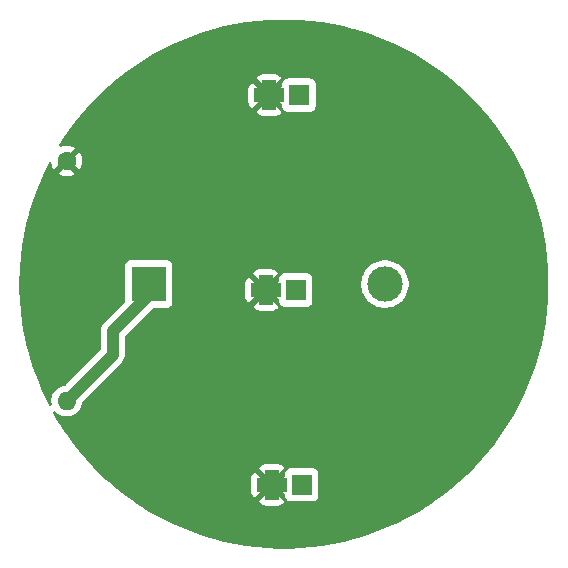
<source format=gbr>
%TF.GenerationSoftware,KiCad,Pcbnew,9.0.0*%
%TF.CreationDate,2025-03-06T09:18:45+01:00*%
%TF.ProjectId,spaceEggs,73706163-6545-4676-9773-2e6b69636164,rev?*%
%TF.SameCoordinates,Original*%
%TF.FileFunction,Copper,L2,Bot*%
%TF.FilePolarity,Positive*%
%FSLAX46Y46*%
G04 Gerber Fmt 4.6, Leading zero omitted, Abs format (unit mm)*
G04 Created by KiCad (PCBNEW 9.0.0) date 2025-03-06 09:18:45*
%MOMM*%
%LPD*%
G01*
G04 APERTURE LIST*
G04 Aperture macros list*
%AMFreePoly0*
4,1,45,0.566779,1.223902,0.603106,1.173902,0.608000,1.143000,0.608000,0.609600,0.609600,0.609600,0.609600,0.608000,1.143000,0.608000,1.201779,0.588902,1.238106,0.538902,1.243000,0.508000,1.243000,-0.508000,1.223902,-0.566779,1.173902,-0.603106,1.143000,-0.608000,0.609600,-0.608000,0.609600,-0.609600,0.608000,-0.609600,0.608000,-1.143000,0.588902,-1.201779,0.538902,-1.238106,
0.508000,-1.243000,-0.508000,-1.243000,-0.566779,-1.223902,-0.603106,-1.173902,-0.608000,-1.143000,-0.608000,-0.609600,-0.609600,-0.609600,-0.609600,-0.608000,-1.143000,-0.608000,-1.201779,-0.588902,-1.238106,-0.538902,-1.243000,-0.508000,-1.243000,0.508000,-1.223902,0.566779,-1.173902,0.603106,-1.143000,0.608000,-0.609600,0.608000,-0.609600,0.609600,-0.608000,0.609600,-0.608000,1.143000,
-0.588902,1.201779,-0.538902,1.238106,-0.508000,1.243000,0.508000,1.243000,0.566779,1.223902,0.566779,1.223902,$1*%
G04 Aperture macros list end*
%TA.AperFunction,ComponentPad*%
%ADD10R,1.800000X1.800000*%
%TD*%
%TA.AperFunction,ComponentPad*%
%ADD11FreePoly0,180.000000*%
%TD*%
%TA.AperFunction,ComponentPad*%
%ADD12C,1.600000*%
%TD*%
%TA.AperFunction,ComponentPad*%
%ADD13O,1.600000X1.600000*%
%TD*%
%TA.AperFunction,ComponentPad*%
%ADD14R,3.000000X3.000000*%
%TD*%
%TA.AperFunction,ComponentPad*%
%ADD15C,3.000000*%
%TD*%
%TA.AperFunction,ViaPad*%
%ADD16C,0.800000*%
%TD*%
%TA.AperFunction,Conductor*%
%ADD17C,1.000000*%
%TD*%
G04 APERTURE END LIST*
D10*
%TO.P,D2,1,K*%
%TO.N,GND*%
X121000000Y-63000000D03*
D11*
%TO.P,D2,2,A*%
%TO.N,VCC*%
X118460000Y-63000000D03*
%TD*%
D12*
%TO.P,SW1,1,1*%
%TO.N,VCC*%
X101600000Y-52070000D03*
D13*
%TO.P,SW1,2,2*%
%TO.N,+3V0*%
X101600000Y-72390000D03*
%TD*%
D10*
%TO.P,D3,1,K*%
%TO.N,GND*%
X121275000Y-46500000D03*
D11*
%TO.P,D3,2,A*%
%TO.N,VCC*%
X118735000Y-46500000D03*
%TD*%
D14*
%TO.P,BT1,1,+*%
%TO.N,+3V0*%
X108549520Y-62500000D03*
D15*
%TO.P,BT1,2,-*%
%TO.N,GND*%
X128549520Y-62500000D03*
%TD*%
D10*
%TO.P,D1,1,K*%
%TO.N,GND*%
X121500000Y-79500000D03*
D11*
%TO.P,D1,2,A*%
%TO.N,VCC*%
X118960000Y-79500000D03*
%TD*%
D16*
%TO.N,VCC*%
X130810000Y-53340000D03*
X109855000Y-71120000D03*
%TD*%
D17*
%TO.N,+3V0*%
X101600000Y-72390000D02*
X105500000Y-68490000D01*
X105500000Y-66500000D02*
X109500000Y-62500000D01*
X105500000Y-68490000D02*
X105500000Y-66500000D01*
%TD*%
%TA.AperFunction,Conductor*%
%TO.N,VCC*%
G36*
X120465490Y-40105389D02*
G01*
X121385460Y-40143440D01*
X121390538Y-40143755D01*
X122308158Y-40219792D01*
X122313173Y-40220311D01*
X123226892Y-40334206D01*
X123231963Y-40334944D01*
X124140151Y-40486494D01*
X124145160Y-40487437D01*
X125046316Y-40676390D01*
X125051283Y-40677539D01*
X125875737Y-40886319D01*
X125943861Y-40903571D01*
X125948804Y-40904932D01*
X126831283Y-41167657D01*
X126836113Y-41169205D01*
X127514302Y-41402027D01*
X127706974Y-41468172D01*
X127711786Y-41469936D01*
X127968608Y-41570148D01*
X128569542Y-41804633D01*
X128574240Y-41806578D01*
X128994062Y-41990730D01*
X129417457Y-42176449D01*
X129422078Y-42178590D01*
X130249325Y-42583007D01*
X130253765Y-42585292D01*
X131063589Y-43023546D01*
X131068033Y-43026072D01*
X131858996Y-43497383D01*
X131863344Y-43500097D01*
X132634160Y-44003696D01*
X132638391Y-44006588D01*
X133387730Y-44541605D01*
X133391788Y-44544630D01*
X134098870Y-45094974D01*
X134118409Y-45110182D01*
X134122387Y-45113413D01*
X134824973Y-45708472D01*
X134828815Y-45711864D01*
X135506240Y-46335478D01*
X135509938Y-46339027D01*
X136160972Y-46990061D01*
X136164521Y-46993759D01*
X136788135Y-47671184D01*
X136791527Y-47675026D01*
X137386586Y-48377612D01*
X137389817Y-48381590D01*
X137955363Y-49108203D01*
X137958394Y-49112269D01*
X138493411Y-49861608D01*
X138496303Y-49865839D01*
X138999902Y-50636655D01*
X139002616Y-50641003D01*
X139473927Y-51431966D01*
X139476459Y-51436422D01*
X139914697Y-52246216D01*
X139917001Y-52250693D01*
X140306662Y-53047755D01*
X140321395Y-53077892D01*
X140323550Y-53082542D01*
X140693413Y-53925741D01*
X140695374Y-53930476D01*
X141030063Y-54788213D01*
X141031827Y-54793025D01*
X141330786Y-55663861D01*
X141332350Y-55668742D01*
X141595067Y-56551196D01*
X141596428Y-56556138D01*
X141822457Y-57448703D01*
X141823612Y-57453696D01*
X142012559Y-58354825D01*
X142013507Y-58359862D01*
X142165054Y-59268035D01*
X142165793Y-59273107D01*
X142279683Y-60186785D01*
X142280211Y-60191883D01*
X142356242Y-61109442D01*
X142356560Y-61114558D01*
X142394610Y-62034509D01*
X142394716Y-62039633D01*
X142394716Y-62960366D01*
X142394610Y-62965490D01*
X142356560Y-63885441D01*
X142356242Y-63890557D01*
X142280211Y-64808116D01*
X142279683Y-64813214D01*
X142165793Y-65726892D01*
X142165054Y-65731964D01*
X142013507Y-66640137D01*
X142012559Y-66645174D01*
X141823612Y-67546303D01*
X141822457Y-67551296D01*
X141596428Y-68443861D01*
X141595067Y-68448803D01*
X141332350Y-69331257D01*
X141330786Y-69336138D01*
X141031827Y-70206974D01*
X141030063Y-70211786D01*
X140695374Y-71069523D01*
X140693413Y-71074258D01*
X140323550Y-71917457D01*
X140321395Y-71922107D01*
X140242450Y-72083592D01*
X139917011Y-72749287D01*
X139914687Y-72753803D01*
X139839742Y-72892290D01*
X139476459Y-73563577D01*
X139473927Y-73568033D01*
X139002616Y-74358996D01*
X138999902Y-74363344D01*
X138496303Y-75134160D01*
X138493411Y-75138391D01*
X137958394Y-75887730D01*
X137955345Y-75891819D01*
X137861150Y-76012842D01*
X137389817Y-76618409D01*
X137386586Y-76622387D01*
X136791527Y-77324973D01*
X136788135Y-77328815D01*
X136164521Y-78006240D01*
X136160972Y-78009938D01*
X135509938Y-78660972D01*
X135506240Y-78664521D01*
X134828815Y-79288135D01*
X134824973Y-79291527D01*
X134122387Y-79886586D01*
X134118409Y-79889817D01*
X133706844Y-80210152D01*
X133391819Y-80455345D01*
X133387730Y-80458394D01*
X132638391Y-80993411D01*
X132634160Y-80996303D01*
X131863344Y-81499902D01*
X131858996Y-81502616D01*
X131068033Y-81973927D01*
X131063577Y-81976459D01*
X130735156Y-82154192D01*
X130253803Y-82414687D01*
X130249287Y-82417011D01*
X129632771Y-82718407D01*
X129422107Y-82821395D01*
X129417457Y-82823550D01*
X128574258Y-83193413D01*
X128569523Y-83195374D01*
X127711786Y-83530063D01*
X127706974Y-83531827D01*
X126836138Y-83830786D01*
X126831257Y-83832350D01*
X125948803Y-84095067D01*
X125943861Y-84096428D01*
X125051296Y-84322457D01*
X125046303Y-84323612D01*
X124145174Y-84512559D01*
X124140137Y-84513507D01*
X123231964Y-84665054D01*
X123226892Y-84665793D01*
X122313214Y-84779683D01*
X122308116Y-84780211D01*
X121390557Y-84856242D01*
X121385441Y-84856560D01*
X120465491Y-84894610D01*
X120460367Y-84894716D01*
X119539633Y-84894716D01*
X119534509Y-84894610D01*
X118614558Y-84856560D01*
X118609442Y-84856242D01*
X117691883Y-84780211D01*
X117686785Y-84779683D01*
X116773107Y-84665793D01*
X116768035Y-84665054D01*
X115859862Y-84513507D01*
X115854825Y-84512559D01*
X114953696Y-84323612D01*
X114948703Y-84322457D01*
X114056138Y-84096428D01*
X114051196Y-84095067D01*
X113168742Y-83832350D01*
X113163861Y-83830786D01*
X112293025Y-83531827D01*
X112288213Y-83530063D01*
X111430476Y-83195374D01*
X111425741Y-83193413D01*
X110582542Y-82823550D01*
X110577892Y-82821395D01*
X109750693Y-82417001D01*
X109746216Y-82414697D01*
X108936422Y-81976459D01*
X108931966Y-81973927D01*
X108141003Y-81502616D01*
X108136655Y-81499902D01*
X107418812Y-81030912D01*
X107365839Y-80996303D01*
X107361608Y-80993411D01*
X106612269Y-80458394D01*
X106608203Y-80455363D01*
X105881590Y-79889817D01*
X105877612Y-79886586D01*
X105175026Y-79291527D01*
X105171184Y-79288135D01*
X104943787Y-79078801D01*
X104849497Y-78992001D01*
X117207000Y-78992001D01*
X117207000Y-80008007D01*
X117213215Y-80086985D01*
X117218358Y-80119454D01*
X117241507Y-80210152D01*
X117308587Y-80337280D01*
X117346730Y-80389780D01*
X117364340Y-80412616D01*
X117470240Y-80509811D01*
X117554974Y-80551472D01*
X117554976Y-80551471D01*
X118517862Y-79588585D01*
X118540667Y-79673694D01*
X118599910Y-79776306D01*
X118683694Y-79860090D01*
X118786306Y-79919333D01*
X118871414Y-79942137D01*
X117908247Y-80905303D01*
X117908247Y-80905304D01*
X117943585Y-80972278D01*
X117981730Y-81024780D01*
X117999340Y-81047616D01*
X118105239Y-81144810D01*
X118105241Y-81144811D01*
X118234227Y-81208229D01*
X118234241Y-81208235D01*
X118295956Y-81228287D01*
X118309716Y-81232541D01*
X118309729Y-81232544D01*
X118452001Y-81252999D01*
X118452003Y-81253000D01*
X119467992Y-81253000D01*
X119468007Y-81252999D01*
X119546985Y-81246784D01*
X119579454Y-81241641D01*
X119670152Y-81218492D01*
X119797280Y-81151412D01*
X119849780Y-81113269D01*
X119872616Y-81095660D01*
X119969811Y-80989759D01*
X120011471Y-80905023D01*
X120011471Y-80905022D01*
X119048585Y-79942137D01*
X119133694Y-79919333D01*
X119236306Y-79860090D01*
X119320090Y-79776306D01*
X119379333Y-79673694D01*
X119402137Y-79588585D01*
X120055181Y-80241629D01*
X120088666Y-80302952D01*
X120091500Y-80329310D01*
X120091500Y-80448654D01*
X120098011Y-80509202D01*
X120098011Y-80509204D01*
X120113777Y-80551472D01*
X120149111Y-80646204D01*
X120236739Y-80763261D01*
X120353796Y-80850889D01*
X120490799Y-80901989D01*
X120518050Y-80904918D01*
X120551345Y-80908499D01*
X120551362Y-80908500D01*
X122448638Y-80908500D01*
X122448654Y-80908499D01*
X122475692Y-80905591D01*
X122509201Y-80901989D01*
X122646204Y-80850889D01*
X122763261Y-80763261D01*
X122850889Y-80646204D01*
X122896555Y-80523768D01*
X122901988Y-80509204D01*
X122901988Y-80509203D01*
X122901989Y-80509201D01*
X122905591Y-80475692D01*
X122908499Y-80448654D01*
X122908500Y-80448637D01*
X122908500Y-78551362D01*
X122908499Y-78551345D01*
X122905157Y-78520270D01*
X122901989Y-78490799D01*
X122850889Y-78353796D01*
X122763261Y-78236739D01*
X122646204Y-78149111D01*
X122509203Y-78098011D01*
X122448654Y-78091500D01*
X122448638Y-78091500D01*
X120551362Y-78091500D01*
X120551345Y-78091500D01*
X120490797Y-78098011D01*
X120490795Y-78098011D01*
X120353795Y-78149111D01*
X120236739Y-78236739D01*
X120149111Y-78353795D01*
X120098011Y-78490795D01*
X120098011Y-78490797D01*
X120091500Y-78551345D01*
X120091500Y-78670690D01*
X120071815Y-78737729D01*
X120055181Y-78758371D01*
X119402137Y-79411414D01*
X119379333Y-79326306D01*
X119320090Y-79223694D01*
X119236306Y-79139910D01*
X119133694Y-79080667D01*
X119048586Y-79057862D01*
X120011751Y-78094696D01*
X120011751Y-78094694D01*
X119976414Y-78027721D01*
X119976410Y-78027716D01*
X119938269Y-77975219D01*
X119920659Y-77952383D01*
X119814760Y-77855189D01*
X119814758Y-77855188D01*
X119685772Y-77791770D01*
X119685758Y-77791764D01*
X119624043Y-77771712D01*
X119610283Y-77767458D01*
X119610270Y-77767455D01*
X119467998Y-77747000D01*
X118451992Y-77747000D01*
X118373014Y-77753215D01*
X118340545Y-77758358D01*
X118249847Y-77781507D01*
X118122719Y-77848587D01*
X118070219Y-77886730D01*
X118047383Y-77904340D01*
X117950188Y-78010240D01*
X117908527Y-78094974D01*
X117908527Y-78094975D01*
X118871414Y-79057862D01*
X118786306Y-79080667D01*
X118683694Y-79139910D01*
X118599910Y-79223694D01*
X118540667Y-79326306D01*
X118517862Y-79411413D01*
X117554695Y-78448247D01*
X117487719Y-78483587D01*
X117435219Y-78521730D01*
X117412383Y-78539340D01*
X117315189Y-78645239D01*
X117315188Y-78645241D01*
X117251770Y-78774227D01*
X117251764Y-78774241D01*
X117231712Y-78835956D01*
X117227458Y-78849716D01*
X117227455Y-78849729D01*
X117207000Y-78992001D01*
X104849497Y-78992001D01*
X104493759Y-78664521D01*
X104490061Y-78660972D01*
X103839027Y-78009938D01*
X103835478Y-78006240D01*
X103211864Y-77328815D01*
X103208472Y-77324973D01*
X102613413Y-76622387D01*
X102610182Y-76618409D01*
X102044630Y-75891788D01*
X102041605Y-75887730D01*
X101506588Y-75138391D01*
X101503696Y-75134160D01*
X101000097Y-74363344D01*
X100997383Y-74358996D01*
X100526072Y-73568033D01*
X100523540Y-73563577D01*
X100457365Y-73441296D01*
X100442771Y-73372971D01*
X100467434Y-73307598D01*
X100523524Y-73265937D01*
X100593234Y-73261215D01*
X100654102Y-73294600D01*
X100747571Y-73388069D01*
X100747576Y-73388073D01*
X100892908Y-73493661D01*
X100914197Y-73509129D01*
X101021057Y-73563577D01*
X101097705Y-73602632D01*
X101097707Y-73602632D01*
X101097710Y-73602634D01*
X101202707Y-73636749D01*
X101293591Y-73666280D01*
X101395305Y-73682390D01*
X101497019Y-73698500D01*
X101497020Y-73698500D01*
X101702980Y-73698500D01*
X101702981Y-73698500D01*
X101906408Y-73666280D01*
X102102290Y-73602634D01*
X102285803Y-73509129D01*
X102452430Y-73388068D01*
X102598068Y-73242430D01*
X102719129Y-73075803D01*
X102812634Y-72892290D01*
X102876280Y-72696408D01*
X102899420Y-72550302D01*
X102929349Y-72487169D01*
X102934194Y-72482038D01*
X106283353Y-69132881D01*
X106393722Y-68967704D01*
X106469744Y-68784168D01*
X106508500Y-68589329D01*
X106508500Y-68390671D01*
X106508500Y-66969096D01*
X106528185Y-66902057D01*
X106544819Y-66881415D01*
X108881415Y-64544819D01*
X108942738Y-64511334D01*
X108969096Y-64508500D01*
X110098158Y-64508500D01*
X110098174Y-64508499D01*
X110125212Y-64505591D01*
X110158721Y-64501989D01*
X110295724Y-64450889D01*
X110412781Y-64363261D01*
X110500409Y-64246204D01*
X110551509Y-64109201D01*
X110555824Y-64069065D01*
X110558019Y-64048654D01*
X110558020Y-64048637D01*
X110558020Y-62492001D01*
X116707000Y-62492001D01*
X116707000Y-63508007D01*
X116713215Y-63586985D01*
X116718358Y-63619454D01*
X116741507Y-63710152D01*
X116808587Y-63837280D01*
X116846730Y-63889780D01*
X116864340Y-63912616D01*
X116970240Y-64009811D01*
X117054974Y-64051472D01*
X117054976Y-64051471D01*
X118017862Y-63088585D01*
X118040667Y-63173694D01*
X118099910Y-63276306D01*
X118183694Y-63360090D01*
X118286306Y-63419333D01*
X118371414Y-63442137D01*
X117408247Y-64405303D01*
X117408247Y-64405304D01*
X117443585Y-64472278D01*
X117481730Y-64524780D01*
X117499340Y-64547616D01*
X117605239Y-64644810D01*
X117605241Y-64644811D01*
X117734227Y-64708229D01*
X117734241Y-64708235D01*
X117795956Y-64728287D01*
X117809716Y-64732541D01*
X117809729Y-64732544D01*
X117952001Y-64752999D01*
X117952003Y-64753000D01*
X118967992Y-64753000D01*
X118968007Y-64752999D01*
X119046985Y-64746784D01*
X119079454Y-64741641D01*
X119170152Y-64718492D01*
X119297280Y-64651412D01*
X119349780Y-64613269D01*
X119372616Y-64595660D01*
X119469811Y-64489759D01*
X119511471Y-64405023D01*
X119511471Y-64405022D01*
X118548585Y-63442137D01*
X118633694Y-63419333D01*
X118736306Y-63360090D01*
X118820090Y-63276306D01*
X118879333Y-63173694D01*
X118902137Y-63088585D01*
X119555181Y-63741629D01*
X119588666Y-63802952D01*
X119591500Y-63829310D01*
X119591500Y-63948654D01*
X119598011Y-64009202D01*
X119598011Y-64009204D01*
X119649111Y-64146204D01*
X119736739Y-64263261D01*
X119853796Y-64350889D01*
X119990799Y-64401989D01*
X120018050Y-64404918D01*
X120051345Y-64408499D01*
X120051362Y-64408500D01*
X121948638Y-64408500D01*
X121948654Y-64408499D01*
X121975692Y-64405591D01*
X122009201Y-64401989D01*
X122146204Y-64350889D01*
X122263261Y-64263261D01*
X122350889Y-64146204D01*
X122400458Y-64013306D01*
X122401988Y-64009204D01*
X122401988Y-64009203D01*
X122401989Y-64009201D01*
X122405591Y-63975692D01*
X122408499Y-63948654D01*
X122408500Y-63948637D01*
X122408500Y-62368362D01*
X126541020Y-62368362D01*
X126541020Y-62631637D01*
X126541021Y-62631653D01*
X126575385Y-62892678D01*
X126643529Y-63146995D01*
X126744281Y-63390234D01*
X126744289Y-63390250D01*
X126875929Y-63618256D01*
X127036207Y-63827136D01*
X127036213Y-63827143D01*
X127222376Y-64013306D01*
X127222383Y-64013312D01*
X127431263Y-64173590D01*
X127659269Y-64305230D01*
X127659285Y-64305238D01*
X127774092Y-64352792D01*
X127902523Y-64405990D01*
X128156840Y-64474134D01*
X128417876Y-64508500D01*
X128417883Y-64508500D01*
X128681157Y-64508500D01*
X128681164Y-64508500D01*
X128942200Y-64474134D01*
X129196517Y-64405990D01*
X129379619Y-64330146D01*
X129439754Y-64305238D01*
X129439757Y-64305236D01*
X129439763Y-64305234D01*
X129667777Y-64173590D01*
X129876658Y-64013311D01*
X130062831Y-63827138D01*
X130223110Y-63618257D01*
X130354754Y-63390243D01*
X130455510Y-63146997D01*
X130523654Y-62892680D01*
X130558020Y-62631644D01*
X130558020Y-62368356D01*
X130523654Y-62107320D01*
X130455510Y-61853003D01*
X130407352Y-61736739D01*
X130354758Y-61609765D01*
X130354750Y-61609749D01*
X130223110Y-61381743D01*
X130062832Y-61172863D01*
X130062826Y-61172856D01*
X129876663Y-60986693D01*
X129876656Y-60986687D01*
X129667776Y-60826409D01*
X129439770Y-60694769D01*
X129439754Y-60694761D01*
X129196515Y-60594009D01*
X128942198Y-60525865D01*
X128681173Y-60491501D01*
X128681170Y-60491500D01*
X128681164Y-60491500D01*
X128417876Y-60491500D01*
X128417870Y-60491500D01*
X128417866Y-60491501D01*
X128156841Y-60525865D01*
X127902524Y-60594009D01*
X127659285Y-60694761D01*
X127659269Y-60694769D01*
X127431263Y-60826409D01*
X127222383Y-60986687D01*
X127222376Y-60986693D01*
X127036213Y-61172856D01*
X127036207Y-61172863D01*
X126875929Y-61381743D01*
X126744289Y-61609749D01*
X126744281Y-61609765D01*
X126643529Y-61853004D01*
X126575385Y-62107321D01*
X126541021Y-62368346D01*
X126541020Y-62368362D01*
X122408500Y-62368362D01*
X122408500Y-62051362D01*
X122408499Y-62051345D01*
X122405157Y-62020270D01*
X122401989Y-61990799D01*
X122350889Y-61853796D01*
X122263261Y-61736739D01*
X122146204Y-61649111D01*
X122009203Y-61598011D01*
X121948654Y-61591500D01*
X121948638Y-61591500D01*
X120051362Y-61591500D01*
X120051345Y-61591500D01*
X119990797Y-61598011D01*
X119990795Y-61598011D01*
X119853795Y-61649111D01*
X119736739Y-61736739D01*
X119649111Y-61853795D01*
X119598011Y-61990795D01*
X119598011Y-61990797D01*
X119591500Y-62051345D01*
X119591500Y-62170690D01*
X119571815Y-62237729D01*
X119555181Y-62258371D01*
X118902137Y-62911414D01*
X118879333Y-62826306D01*
X118820090Y-62723694D01*
X118736306Y-62639910D01*
X118633694Y-62580667D01*
X118548586Y-62557862D01*
X119511751Y-61594696D01*
X119511751Y-61594694D01*
X119476414Y-61527721D01*
X119476410Y-61527716D01*
X119438269Y-61475219D01*
X119420659Y-61452383D01*
X119314760Y-61355189D01*
X119314758Y-61355188D01*
X119185772Y-61291770D01*
X119185758Y-61291764D01*
X119124043Y-61271712D01*
X119110283Y-61267458D01*
X119110270Y-61267455D01*
X118967998Y-61247000D01*
X117951992Y-61247000D01*
X117873014Y-61253215D01*
X117840545Y-61258358D01*
X117749847Y-61281507D01*
X117622719Y-61348587D01*
X117570219Y-61386730D01*
X117547383Y-61404340D01*
X117450188Y-61510240D01*
X117408527Y-61594974D01*
X117408527Y-61594975D01*
X118371414Y-62557862D01*
X118286306Y-62580667D01*
X118183694Y-62639910D01*
X118099910Y-62723694D01*
X118040667Y-62826306D01*
X118017862Y-62911414D01*
X117054695Y-61948247D01*
X116987719Y-61983587D01*
X116935219Y-62021730D01*
X116912383Y-62039340D01*
X116815189Y-62145239D01*
X116815188Y-62145241D01*
X116751770Y-62274227D01*
X116751764Y-62274241D01*
X116731712Y-62335956D01*
X116727458Y-62349716D01*
X116727455Y-62349729D01*
X116707000Y-62492001D01*
X110558020Y-62492001D01*
X110558020Y-60951362D01*
X110558019Y-60951345D01*
X110554677Y-60920270D01*
X110551509Y-60890799D01*
X110500409Y-60753796D01*
X110412781Y-60636739D01*
X110295724Y-60549111D01*
X110158723Y-60498011D01*
X110098174Y-60491500D01*
X110098158Y-60491500D01*
X107000882Y-60491500D01*
X107000865Y-60491500D01*
X106940317Y-60498011D01*
X106940315Y-60498011D01*
X106803315Y-60549111D01*
X106686259Y-60636739D01*
X106598631Y-60753795D01*
X106547531Y-60890795D01*
X106547531Y-60890797D01*
X106541020Y-60951345D01*
X106541020Y-63981384D01*
X106521335Y-64048423D01*
X106504701Y-64069065D01*
X104857119Y-65716647D01*
X104814656Y-65759110D01*
X104716645Y-65857120D01*
X104606282Y-66022289D01*
X104606277Y-66022298D01*
X104530256Y-66205830D01*
X104530254Y-66205838D01*
X104491500Y-66400666D01*
X104491500Y-68020903D01*
X104471815Y-68087942D01*
X104455181Y-68108584D01*
X101507978Y-71055786D01*
X101446655Y-71089271D01*
X101439696Y-71090578D01*
X101293594Y-71113719D01*
X101097707Y-71177367D01*
X100914193Y-71270873D01*
X100747576Y-71391926D01*
X100747571Y-71391930D01*
X100601930Y-71537571D01*
X100601926Y-71537576D01*
X100480873Y-71704193D01*
X100387367Y-71887705D01*
X100323719Y-72083591D01*
X100291500Y-72287019D01*
X100291500Y-72492980D01*
X100321859Y-72684661D01*
X100319991Y-72699112D01*
X100323036Y-72713363D01*
X100315603Y-72733068D01*
X100312904Y-72753955D01*
X100303519Y-72765102D01*
X100298377Y-72778737D01*
X100281471Y-72791294D01*
X100267908Y-72807407D01*
X100253985Y-72811711D01*
X100242289Y-72820400D01*
X100221276Y-72821824D01*
X100201156Y-72828046D01*
X100187118Y-72824141D01*
X100172579Y-72825127D01*
X100154131Y-72814964D01*
X100133843Y-72809321D01*
X100123034Y-72797834D01*
X100111381Y-72791415D01*
X100090334Y-72763082D01*
X100085301Y-72753781D01*
X100083007Y-72749325D01*
X99678590Y-71922078D01*
X99676449Y-71917457D01*
X99509814Y-71537570D01*
X99306578Y-71074240D01*
X99304625Y-71069523D01*
X98969936Y-70211786D01*
X98968172Y-70206974D01*
X98689936Y-69396501D01*
X98669205Y-69336113D01*
X98667657Y-69331283D01*
X98404932Y-68448803D01*
X98403571Y-68443861D01*
X98177542Y-67551296D01*
X98176387Y-67546303D01*
X97987437Y-66645160D01*
X97986492Y-66640137D01*
X97946532Y-66400671D01*
X97834944Y-65731963D01*
X97834206Y-65726892D01*
X97832929Y-65716647D01*
X97720311Y-64813173D01*
X97719792Y-64808158D01*
X97643755Y-63890538D01*
X97643439Y-63885441D01*
X97641117Y-63829310D01*
X97605390Y-62965490D01*
X97605284Y-62960366D01*
X97605284Y-62039633D01*
X97605390Y-62034509D01*
X97621330Y-61649111D01*
X97643440Y-61114536D01*
X97643757Y-61109442D01*
X97719792Y-60191836D01*
X97720311Y-60186831D01*
X97834206Y-59273100D01*
X97834945Y-59268035D01*
X97986492Y-58359862D01*
X97987435Y-58354848D01*
X98176392Y-57453672D01*
X98177536Y-57448727D01*
X98403573Y-56556127D01*
X98404932Y-56551196D01*
X98420466Y-56499019D01*
X98667661Y-55668702D01*
X98669200Y-55663900D01*
X98968174Y-54793017D01*
X98969936Y-54788213D01*
X98996646Y-54719761D01*
X99304639Y-53930440D01*
X99306571Y-53925776D01*
X99676452Y-53082533D01*
X99678581Y-53077940D01*
X100083016Y-52250655D01*
X100085320Y-52246184D01*
X100086210Y-52244538D01*
X100135443Y-52194964D01*
X100203665Y-52179876D01*
X100269213Y-52204067D01*
X100311277Y-52259855D01*
X100317719Y-52284191D01*
X100332010Y-52374418D01*
X100395244Y-52569031D01*
X100488141Y-52751350D01*
X100488147Y-52751359D01*
X100520523Y-52795921D01*
X100520524Y-52795922D01*
X101200000Y-52116446D01*
X101200000Y-52122661D01*
X101227259Y-52224394D01*
X101279920Y-52315606D01*
X101354394Y-52390080D01*
X101445606Y-52442741D01*
X101547339Y-52470000D01*
X101553553Y-52470000D01*
X100874076Y-53149474D01*
X100918650Y-53181859D01*
X101100968Y-53274755D01*
X101295582Y-53337990D01*
X101497683Y-53370000D01*
X101702317Y-53370000D01*
X101904417Y-53337990D01*
X102099031Y-53274755D01*
X102281349Y-53181859D01*
X102325921Y-53149474D01*
X101646447Y-52470000D01*
X101652661Y-52470000D01*
X101754394Y-52442741D01*
X101845606Y-52390080D01*
X101920080Y-52315606D01*
X101972741Y-52224394D01*
X102000000Y-52122661D01*
X102000000Y-52116447D01*
X102679474Y-52795921D01*
X102711859Y-52751349D01*
X102804755Y-52569031D01*
X102867990Y-52374417D01*
X102900000Y-52172317D01*
X102900000Y-51967682D01*
X102867990Y-51765582D01*
X102804755Y-51570968D01*
X102711859Y-51388650D01*
X102679474Y-51344077D01*
X102679474Y-51344076D01*
X102000000Y-52023551D01*
X102000000Y-52017339D01*
X101972741Y-51915606D01*
X101920080Y-51824394D01*
X101845606Y-51749920D01*
X101754394Y-51697259D01*
X101652661Y-51670000D01*
X101646446Y-51670000D01*
X102325922Y-50990524D01*
X102325921Y-50990523D01*
X102281359Y-50958147D01*
X102281350Y-50958141D01*
X102099031Y-50865244D01*
X101904417Y-50802009D01*
X101702317Y-50770000D01*
X101497683Y-50770000D01*
X101295582Y-50802009D01*
X101120477Y-50858906D01*
X101094375Y-50859651D01*
X101068672Y-50864239D01*
X101060012Y-50860633D01*
X101050635Y-50860901D01*
X101028272Y-50847416D01*
X101004171Y-50837380D01*
X100998836Y-50829665D01*
X100990802Y-50824821D01*
X100979280Y-50801387D01*
X100964430Y-50779913D01*
X100964112Y-50770538D01*
X100959974Y-50762120D01*
X100962950Y-50736176D01*
X100962068Y-50710084D01*
X100967418Y-50697234D01*
X100967938Y-50692706D01*
X100975631Y-50677507D01*
X100997398Y-50640978D01*
X101000081Y-50636680D01*
X101503706Y-49865823D01*
X101506588Y-49861608D01*
X101602504Y-49727268D01*
X102041626Y-49112240D01*
X102044613Y-49108233D01*
X102610203Y-48381564D01*
X102613413Y-48377612D01*
X102718954Y-48253000D01*
X103208520Y-47674969D01*
X103211838Y-47671212D01*
X103835501Y-46993734D01*
X103839003Y-46990085D01*
X104490085Y-46339003D01*
X104493734Y-46335501D01*
X104866875Y-45992001D01*
X116982000Y-45992001D01*
X116982000Y-47008007D01*
X116988215Y-47086985D01*
X116993358Y-47119454D01*
X117016507Y-47210152D01*
X117083587Y-47337280D01*
X117121730Y-47389780D01*
X117139340Y-47412616D01*
X117245240Y-47509811D01*
X117329974Y-47551472D01*
X117329976Y-47551471D01*
X118292862Y-46588585D01*
X118315667Y-46673694D01*
X118374910Y-46776306D01*
X118458694Y-46860090D01*
X118561306Y-46919333D01*
X118646414Y-46942137D01*
X117683247Y-47905303D01*
X117683247Y-47905304D01*
X117718585Y-47972278D01*
X117756730Y-48024780D01*
X117774340Y-48047616D01*
X117880239Y-48144810D01*
X117880241Y-48144811D01*
X118009227Y-48208229D01*
X118009241Y-48208235D01*
X118070956Y-48228287D01*
X118084716Y-48232541D01*
X118084729Y-48232544D01*
X118227001Y-48252999D01*
X118227003Y-48253000D01*
X119242992Y-48253000D01*
X119243007Y-48252999D01*
X119321985Y-48246784D01*
X119354454Y-48241641D01*
X119445152Y-48218492D01*
X119572280Y-48151412D01*
X119624780Y-48113269D01*
X119647616Y-48095660D01*
X119744811Y-47989759D01*
X119786471Y-47905023D01*
X119786471Y-47905022D01*
X118823585Y-46942137D01*
X118908694Y-46919333D01*
X119011306Y-46860090D01*
X119095090Y-46776306D01*
X119154333Y-46673694D01*
X119177137Y-46588585D01*
X119830181Y-47241629D01*
X119863666Y-47302952D01*
X119866500Y-47329310D01*
X119866500Y-47448654D01*
X119873011Y-47509202D01*
X119873011Y-47509204D01*
X119888777Y-47551472D01*
X119924111Y-47646204D01*
X120011739Y-47763261D01*
X120128796Y-47850889D01*
X120265799Y-47901989D01*
X120293050Y-47904918D01*
X120326345Y-47908499D01*
X120326362Y-47908500D01*
X122223638Y-47908500D01*
X122223654Y-47908499D01*
X122250692Y-47905591D01*
X122284201Y-47901989D01*
X122421204Y-47850889D01*
X122538261Y-47763261D01*
X122625889Y-47646204D01*
X122671555Y-47523768D01*
X122676988Y-47509204D01*
X122676988Y-47509203D01*
X122676989Y-47509201D01*
X122680591Y-47475692D01*
X122683499Y-47448654D01*
X122683500Y-47448637D01*
X122683500Y-45551362D01*
X122683499Y-45551345D01*
X122680157Y-45520270D01*
X122676989Y-45490799D01*
X122625889Y-45353796D01*
X122538261Y-45236739D01*
X122421204Y-45149111D01*
X122284203Y-45098011D01*
X122223654Y-45091500D01*
X122223638Y-45091500D01*
X120326362Y-45091500D01*
X120326345Y-45091500D01*
X120265797Y-45098011D01*
X120265795Y-45098011D01*
X120128795Y-45149111D01*
X120011739Y-45236739D01*
X119924111Y-45353795D01*
X119873011Y-45490795D01*
X119873011Y-45490797D01*
X119866500Y-45551345D01*
X119866500Y-45670690D01*
X119846815Y-45737729D01*
X119830181Y-45758371D01*
X119177137Y-46411414D01*
X119154333Y-46326306D01*
X119095090Y-46223694D01*
X119011306Y-46139910D01*
X118908694Y-46080667D01*
X118823586Y-46057862D01*
X119786751Y-45094696D01*
X119786751Y-45094694D01*
X119751414Y-45027721D01*
X119751410Y-45027716D01*
X119713269Y-44975219D01*
X119695659Y-44952383D01*
X119589760Y-44855189D01*
X119589758Y-44855188D01*
X119460772Y-44791770D01*
X119460758Y-44791764D01*
X119399043Y-44771712D01*
X119385283Y-44767458D01*
X119385270Y-44767455D01*
X119242998Y-44747000D01*
X118226992Y-44747000D01*
X118148014Y-44753215D01*
X118115545Y-44758358D01*
X118024847Y-44781507D01*
X117897719Y-44848587D01*
X117845219Y-44886730D01*
X117822383Y-44904340D01*
X117725188Y-45010240D01*
X117683527Y-45094974D01*
X117683527Y-45094975D01*
X118646414Y-46057862D01*
X118561306Y-46080667D01*
X118458694Y-46139910D01*
X118374910Y-46223694D01*
X118315667Y-46326306D01*
X118292862Y-46411414D01*
X117329695Y-45448247D01*
X117262719Y-45483587D01*
X117210219Y-45521730D01*
X117187383Y-45539340D01*
X117090189Y-45645239D01*
X117090188Y-45645241D01*
X117026770Y-45774227D01*
X117026764Y-45774241D01*
X117006712Y-45835956D01*
X117002458Y-45849716D01*
X117002455Y-45849729D01*
X116982000Y-45992001D01*
X104866875Y-45992001D01*
X105171212Y-45711839D01*
X105174997Y-45708497D01*
X105877615Y-45113410D01*
X105881564Y-45110203D01*
X106608211Y-44544630D01*
X106612240Y-44541626D01*
X107361608Y-44006588D01*
X107365823Y-44003706D01*
X108136680Y-43500081D01*
X108140978Y-43497398D01*
X108931978Y-43026065D01*
X108936389Y-43023558D01*
X109746253Y-42585282D01*
X109750654Y-42583017D01*
X110577940Y-42178581D01*
X110582542Y-42176449D01*
X111425776Y-41806571D01*
X111430440Y-41804639D01*
X112288221Y-41469933D01*
X112293017Y-41468174D01*
X113163900Y-41169200D01*
X113168702Y-41167661D01*
X114051207Y-40904928D01*
X114056127Y-40903573D01*
X114948727Y-40677536D01*
X114953672Y-40676392D01*
X115854848Y-40487435D01*
X115859839Y-40486496D01*
X116768043Y-40334943D01*
X116773100Y-40334206D01*
X117686831Y-40220311D01*
X117691836Y-40219792D01*
X118609464Y-40143755D01*
X118614536Y-40143440D01*
X119534509Y-40105389D01*
X119539633Y-40105284D01*
X120460367Y-40105284D01*
X120465490Y-40105389D01*
G37*
%TD.AperFunction*%
%TD*%
M02*

</source>
